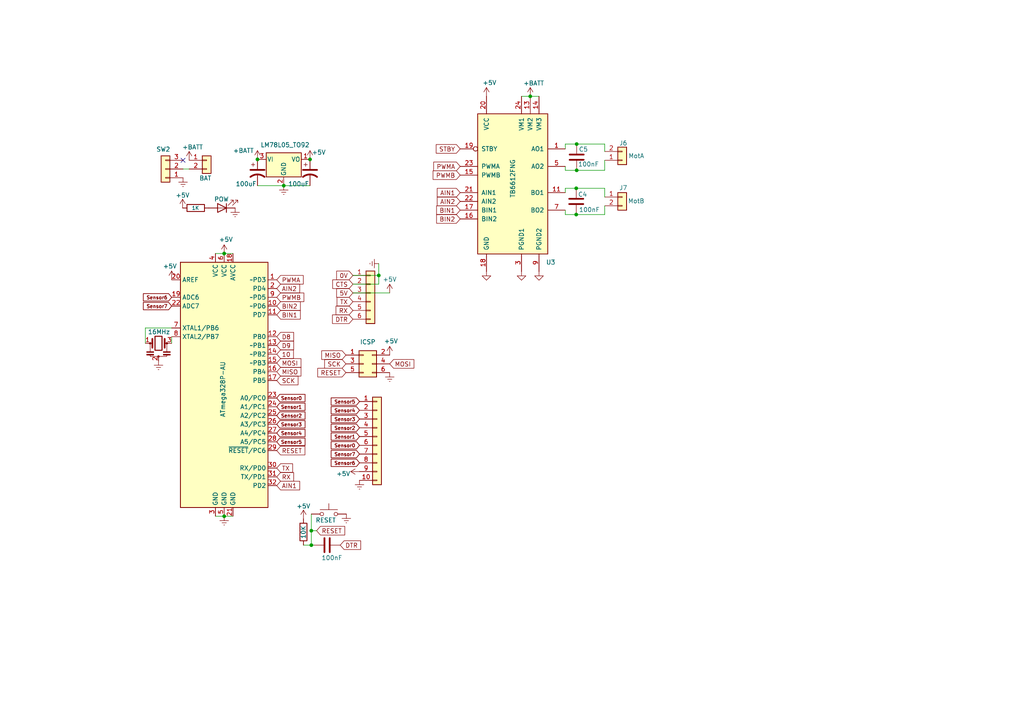
<source format=kicad_sch>
(kicad_sch (version 20211123) (generator eeschema)
  (paper "A4")
  (lib_symbols
    (symbol "ATmega328P-A_1"
      (property "Value" "ATmega328P-AU " (at -0.381 -9.398 90))
      (symbol "ATmega328P-A_1_0_1"
        (rectangle (start -12.7 -35.56) (end 12.7 35.56) (stroke (width 0.254)) (fill (type background)))
      )
      (symbol "ATmega328P-A_1_1_1"
        (pin bidirectional line (at 15.24 30.48 180) (length 2.54) (name "~PD3") (number "1"))
        (pin bidirectional line (at 15.24 22.86 180) (length 2.54) (name "~PD6") (number "10"))
        (pin bidirectional line (at 15.24 20.32 180) (length 2.54) (name "PD7") (number "11"))
        (pin bidirectional line (at 15.24 13.97 180) (length 2.54) (name "PB0") (number "12"))
        (pin bidirectional line (at 15.24 11.43 180) (length 2.54) (name "~PB1") (number "13"))
        (pin bidirectional line (at 15.24 8.89 180) (length 2.54) (name "~PB2") (number "14"))
        (pin bidirectional line (at 15.24 6.35 180) (length 2.54) (name "~PB3") (number "15"))
        (pin bidirectional line (at 15.24 3.81 180) (length 2.54) (name "PB4") (number "16"))
        (pin bidirectional line (at 15.24 1.27 180) (length 2.54) (name "PB5") (number "17"))
        (pin power_in line (at 2.54 38.1 270) (length 2.54) (name "AVCC") (number "18"))
        (pin input line (at -15.24 25.4 0) (length 2.54) (name "ADC6") (number "19"))
        (pin bidirectional line (at 15.24 27.94 180) (length 2.54) (name "PD4") (number "2"))
        (pin passive line (at -15.24 30.48 0) (length 2.54) (name "AREF") (number "20"))
        (pin passive line (at 2.54 -38.1 90) (length 2.54) (name "GND") (number "21"))
        (pin input line (at -15.24 22.86 0) (length 2.54) (name "ADC7") (number "22"))
        (pin bidirectional line (at 15.24 -3.81 180) (length 2.54) (name "A0/PC0") (number "23"))
        (pin bidirectional line (at 15.24 -6.35 180) (length 2.54) (name "A1/PC1") (number "24"))
        (pin bidirectional line (at 15.24 -8.89 180) (length 2.54) (name "A2/PC2") (number "25"))
        (pin bidirectional line (at 15.24 -11.43 180) (length 2.54) (name "A3/PC3") (number "26"))
        (pin bidirectional line (at 15.24 -13.97 180) (length 2.54) (name "A4/PC4") (number "27"))
        (pin bidirectional line (at 15.24 -16.51 180) (length 2.54) (name "A5/PC5") (number "28"))
        (pin bidirectional line (at 15.24 -19.05 180) (length 2.54) (name "~{RESET}/PC6") (number "29"))
        (pin power_in line (at -2.54 -38.1 90) (length 2.54) (name "GND") (number "3"))
        (pin bidirectional line (at 15.24 -24.13 180) (length 2.54) (name "RX/PD0") (number "30"))
        (pin bidirectional line (at 15.24 -26.67 180) (length 2.54) (name "TX/PD1") (number "31"))
        (pin bidirectional line (at 15.24 -29.21 180) (length 2.54) (name "PD2") (number "32"))
        (pin power_in line (at -2.54 38.1 270) (length 2.54) (name "VCC") (number "4"))
        (pin passive line (at 0 -38.1 90) (length 2.54) (name "GND") (number "5"))
        (pin passive line (at 0 38.1 270) (length 2.54) (name "VCC") (number "6"))
        (pin bidirectional line (at -15.24 16.51 0) (length 2.54) (name "XTAL1/PB6") (number "7"))
        (pin bidirectional line (at -15.24 13.97 0) (length 2.54) (name "XTAL2/PB7") (number "8"))
        (pin bidirectional line (at 15.24 25.4 180) (length 2.54) (name "~PD5") (number "9"))
      )
    )
    (symbol "Connector_Generic:Conn_01x02" (pin_names (offset 1.016) hide)
      (property "Reference" "J" (at 0 2.54 0))
      (property "Value" "Conn_01x02" (at 0 -5.08 0))
      (symbol "Conn_01x02_1_1"
        (rectangle (start -1.27 -2.413) (end 0 -2.667) (stroke (width 0.1524)))
        (rectangle (start -1.27 0.127) (end 0 -0.127) (stroke (width 0.1524)))
        (rectangle (start -1.27 1.27) (end 1.27 -3.81) (stroke (width 0.254)) (fill (type background)))
        (pin passive line (at -5.08 0 0) (length 3.81) (name "Pin_1") (number "1"))
        (pin passive line (at -5.08 -2.54 0) (length 3.81) (name "Pin_2") (number "2"))
      )
    )
    (symbol "Connector_Generic:Conn_01x03" (pin_names (offset 1.016) hide)
      (property "Reference" "J" (at 0 5.08 0))
      (property "Value" "Conn_01x03" (at 0 -5.08 0))
      (symbol "Conn_01x03_1_1"
        (rectangle (start -1.27 -2.413) (end 0 -2.667) (stroke (width 0.1524)))
        (rectangle (start -1.27 0.127) (end 0 -0.127) (stroke (width 0.1524)))
        (rectangle (start -1.27 2.667) (end 0 2.413) (stroke (width 0.1524)))
        (rectangle (start -1.27 3.81) (end 1.27 -3.81) (stroke (width 0.254)) (fill (type background)))
        (pin passive line (at -5.08 2.54 0) (length 3.81) (name "Pin_1") (number "1"))
        (pin passive line (at -5.08 0 0) (length 3.81) (name "Pin_2") (number "2"))
        (pin passive line (at -5.08 -2.54 0) (length 3.81) (name "Pin_3") (number "3"))
      )
    )
    (symbol "Connector_Generic:Conn_01x10" (pin_names (offset 1.016) hide)
      (property "Reference" "J" (at 0 12.7 0))
      (property "Value" "Conn_01x10" (at 0 -15.24 0))
      (symbol "Conn_01x10_1_1"
        (rectangle (start -1.27 -12.573) (end 0 -12.827) (stroke (width 0.1524)))
        (rectangle (start -1.27 -10.033) (end 0 -10.287) (stroke (width 0.1524)))
        (rectangle (start -1.27 -7.493) (end 0 -7.747) (stroke (width 0.1524)))
        (rectangle (start -1.27 -4.953) (end 0 -5.207) (stroke (width 0.1524)))
        (rectangle (start -1.27 -2.413) (end 0 -2.667) (stroke (width 0.1524)))
        (rectangle (start -1.27 0.127) (end 0 -0.127) (stroke (width 0.1524)))
        (rectangle (start -1.27 2.667) (end 0 2.413) (stroke (width 0.1524)))
        (rectangle (start -1.27 5.207) (end 0 4.953) (stroke (width 0.1524)))
        (rectangle (start -1.27 7.747) (end 0 7.493) (stroke (width 0.1524)))
        (rectangle (start -1.27 10.287) (end 0 10.033) (stroke (width 0.1524)))
        (rectangle (start -1.27 11.43) (end 1.27 -13.97) (stroke (width 0.254)) (fill (type background)))
        (pin passive line (at -5.08 10.16 0) (length 3.81) (name "Pin_1") (number "1"))
        (pin passive line (at -5.08 -12.7 0) (length 3.81) (name "Pin_10") (number "10"))
        (pin passive line (at -5.08 7.62 0) (length 3.81) (name "Pin_2") (number "2"))
        (pin passive line (at -5.08 5.08 0) (length 3.81) (name "Pin_3") (number "3"))
        (pin passive line (at -5.08 2.54 0) (length 3.81) (name "Pin_4") (number "4"))
        (pin passive line (at -5.08 0 0) (length 3.81) (name "Pin_5") (number "5"))
        (pin passive line (at -5.08 -2.54 0) (length 3.81) (name "Pin_6") (number "6"))
        (pin passive line (at -5.08 -5.08 0) (length 3.81) (name "Pin_7") (number "7"))
        (pin passive line (at -5.08 -7.62 0) (length 3.81) (name "Pin_8") (number "8"))
        (pin passive line (at -5.08 -10.16 0) (length 3.81) (name "Pin_9") (number "9"))
      )
    )
    (symbol "Connector_Generic:Conn_02x03_Odd_Even" (pin_names (offset 1.016) hide)
      (property "Reference" "J" (at 1.27 5.08 0))
      (property "Value" "Conn_02x03_Odd_Even" (at 1.27 -5.08 0))
      (symbol "Conn_02x03_Odd_Even_1_1"
        (rectangle (start -1.27 -2.413) (end 0 -2.667) (stroke (width 0.1524)))
        (rectangle (start -1.27 0.127) (end 0 -0.127) (stroke (width 0.1524)))
        (rectangle (start -1.27 2.667) (end 0 2.413) (stroke (width 0.1524)))
        (rectangle (start -1.27 3.81) (end 3.81 -3.81) (stroke (width 0.254)) (fill (type background)))
        (rectangle (start 3.81 -2.413) (end 2.54 -2.667) (stroke (width 0.1524)))
        (rectangle (start 3.81 0.127) (end 2.54 -0.127) (stroke (width 0.1524)))
        (rectangle (start 3.81 2.667) (end 2.54 2.413) (stroke (width 0.1524)))
        (pin passive line (at -5.08 2.54 0) (length 3.81) (name "Pin_1") (number "1"))
        (pin passive line (at 7.62 2.54 180) (length 3.81) (name "Pin_2") (number "2"))
        (pin passive line (at -5.08 0 0) (length 3.81) (name "Pin_3") (number "3"))
        (pin passive line (at 7.62 0 180) (length 3.81) (name "Pin_4") (number "4"))
        (pin passive line (at -5.08 -2.54 0) (length 3.81) (name "Pin_5") (number "5"))
        (pin passive line (at 7.62 -2.54 180) (length 3.81) (name "Pin_6") (number "6"))
      )
    )
    (symbol "Connector_Generic_MountingPin:Conn_01x06_MountingPin" (pin_names (offset 1.016) hide)
      (symbol "Conn_01x06_MountingPin_1_1"
        (rectangle (start -1.27 -7.493) (end 0 -7.747) (stroke (width 0.1524)))
        (rectangle (start -1.27 -4.953) (end 0 -5.207) (stroke (width 0.1524)))
        (rectangle (start -1.27 -2.413) (end 0 -2.667) (stroke (width 0.1524)))
        (rectangle (start -1.27 0.127) (end 0 -0.127) (stroke (width 0.1524)))
        (rectangle (start -1.27 2.667) (end 0 2.413) (stroke (width 0.1524)))
        (rectangle (start -1.27 5.207) (end 0 4.953) (stroke (width 0.1524)))
        (rectangle (start -1.27 6.35) (end 1.27 -8.89) (stroke (width 0.254)) (fill (type background)))
        (pin passive line (at -5.08 5.08 0) (length 3.81) (name "Pin_1") (number "1"))
        (pin passive line (at -5.08 2.54 0) (length 3.81) (name "Pin_2") (number "2"))
        (pin passive line (at -5.08 0 0) (length 3.81) (name "Pin_3") (number "3"))
        (pin passive line (at -5.08 -2.54 0) (length 3.81) (name "Pin_4") (number "4"))
        (pin passive line (at -5.08 -5.08 0) (length 3.81) (name "Pin_5") (number "5"))
        (pin passive line (at -5.08 -7.62 0) (length 3.81) (name "Pin_6") (number "6"))
      )
    )
    (symbol "Device:C" (pin_numbers hide) (pin_names (offset 0.254))
      (property "Reference" "C" (at 0.635 2.54 0))
      (property "Value" "C" (at 0.635 -2.54 0))
      (symbol "C_0_1"
        (polyline (pts (xy -2.032 -0.762) (xy 2.032 -0.762)) (stroke (width 0.508)))
        (polyline (pts (xy -2.032 0.762) (xy 2.032 0.762)) (stroke (width 0.508)))
      )
      (symbol "C_1_1"
        (pin passive line (at 0 3.81 270) (length 2.794) (name "~") (number "1"))
        (pin passive line (at 0 -3.81 90) (length 2.794) (name "~") (number "2"))
      )
    )
    (symbol "Device:C_Polarized_US" (pin_numbers hide) (pin_names (offset 0.254) hide)
      (property "Reference" "C" (at 0.635 2.54 0))
      (property "Value" "C_Polarized_US" (at 0.635 -2.54 0))
      (symbol "C_Polarized_US_0_1"
        (polyline (pts (xy -2.032 0.762) (xy 2.032 0.762)) (stroke (width 0.508)))
        (polyline (pts (xy -1.778 2.286) (xy -0.762 2.286)))
        (polyline (pts (xy -1.27 1.778) (xy -1.27 2.794)))
        (arc (start 2.032 -1.27) (mid 0 -0.5572) (end -2.032 -1.27) (stroke (width 0.508)))
      )
      (symbol "C_Polarized_US_1_1"
        (pin passive line (at 0 3.81 270) (length 2.794) (name "~") (number "1"))
        (pin passive line (at 0 -3.81 90) (length 3.302) (name "~") (number "2"))
      )
    )
    (symbol "Device:LED" (pin_numbers hide) (pin_names (offset 1.016) hide)
      (property "Reference" "D" (at 0 2.54 0))
      (property "Value" "LED" (at 0 -2.54 0))
      (symbol "LED_0_1"
        (polyline (pts (xy -1.27 -1.27) (xy -1.27 1.27)) (stroke (width 0.254)))
        (polyline (pts (xy -1.27 0) (xy 1.27 0)))
        (polyline (pts (xy 1.27 -1.27) (xy 1.27 1.27) (xy -1.27 0) (xy 1.27 -1.27)) (stroke (width 0.254)))
        (polyline (pts (xy -3.048 -0.762) (xy -4.572 -2.286) (xy -3.81 -2.286) (xy -4.572 -2.286) (xy -4.572 -1.524)))
        (polyline (pts (xy -1.778 -0.762) (xy -3.302 -2.286) (xy -2.54 -2.286) (xy -3.302 -2.286) (xy -3.302 -1.524)))
      )
      (symbol "LED_1_1"
        (pin passive line (at -3.81 0 0) (length 2.54) (name "K") (number "1"))
        (pin passive line (at 3.81 0 180) (length 2.54) (name "A") (number "2"))
      )
    )
    (symbol "Device:R" (pin_numbers hide) (pin_names (offset 0))
      (property "Reference" "R" (at 2.032 0 90))
      (property "Value" "R" (at 0 0 90))
      (symbol "R_0_1"
        (rectangle (start -1.016 -2.54) (end 1.016 2.54) (stroke (width 0.254)))
      )
      (symbol "R_1_1"
        (pin passive line (at 0 3.81 270) (length 1.27) (name "~") (number "1"))
        (pin passive line (at 0 -3.81 90) (length 1.27) (name "~") (number "2"))
      )
    )
    (symbol "Device:Resonator" (pin_names (offset 1.016) hide)
      (property "Reference" "Y" (at 0 5.715 0))
      (property "Value" "Resonator" (at 0 3.81 0))
      (symbol "Resonator_0_1"
        (rectangle (start -3.429 -3.175) (end -1.397 -3.429) (fill (type outline)))
        (rectangle (start -3.429 -2.413) (end -1.397 -2.667) (fill (type outline)))
        (circle (center -2.413 0) (radius 0.254) (fill (type outline)))
        (rectangle (start -1.016 2.032) (end 1.016 -2.032) (stroke (width 0.3048)))
        (circle (center 0 -3.81) (radius 0.254) (fill (type outline)))
        (polyline (pts (xy -2.413 -2.413) (xy -2.413 0)))
        (polyline (pts (xy -1.905 0) (xy -3.175 0)))
        (polyline (pts (xy -1.778 -1.27) (xy -1.778 1.27)) (stroke (width 0.508)))
        (polyline (pts (xy 1.778 -1.27) (xy 1.778 1.27)) (stroke (width 0.508)))
        (polyline (pts (xy 1.905 0) (xy 2.54 0)))
        (polyline (pts (xy 2.413 0) (xy 2.413 -2.54)))
        (polyline (pts (xy 2.413 -3.302) (xy 2.413 -3.81) (xy -2.413 -3.81) (xy -2.413 -3.302)))
        (rectangle (start 1.397 -3.175) (end 3.429 -3.429) (fill (type outline)))
        (rectangle (start 1.397 -2.413) (end 3.429 -2.667) (fill (type outline)))
        (circle (center 2.413 0) (radius 0.254) (fill (type outline)))
      )
      (symbol "Resonator_1_1"
        (pin passive line (at -3.81 0 0) (length 1.27) (name "1") (number "1"))
        (pin passive line (at 0 -5.08 90) (length 1.27) (name "2") (number "2"))
        (pin passive line (at 3.81 0 180) (length 1.27) (name "3") (number "3"))
      )
    )
    (symbol "Driver_Motor:TB6612FNG" (pin_names (offset 1.016))
      (property "Reference" "U" (at 11.43 17.78 0))
      (property "Value" "TB6612FNG" (at 11.43 15.24 0))
      (symbol "TB6612FNG_0_1"
        (rectangle (start -10.16 20.32) (end 10.16 -20.32) (stroke (width 0.254)) (fill (type background)))
      )
      (symbol "TB6612FNG_1_1"
        (pin output line (at 15.24 10.16 180) (length 5.08) (name "AO1") (number "1"))
        (pin passive line (at 7.62 -25.4 90) (length 5.08) hide (name "PGND2") (number "10"))
        (pin output line (at 15.24 -2.54 180) (length 5.08) (name "BO1") (number "11"))
        (pin passive line (at 15.24 -2.54 180) (length 5.08) hide (name "BO1") (number "12"))
        (pin power_in line (at 5.08 25.4 270) (length 5.08) (name "VM2") (number "13"))
        (pin power_in line (at 7.62 25.4 270) (length 5.08) (name "VM3") (number "14"))
        (pin input line (at -15.24 2.54 0) (length 5.08) (name "PWMB") (number "15"))
        (pin input line (at -15.24 -10.16 0) (length 5.08) (name "BIN2") (number "16"))
        (pin input line (at -15.24 -7.62 0) (length 5.08) (name "BIN1") (number "17"))
        (pin power_in line (at -7.62 -25.4 90) (length 5.08) (name "GND") (number "18"))
        (pin input inverted (at -15.24 10.16 0) (length 5.08) (name "STBY") (number "19"))
        (pin passive line (at 15.24 10.16 180) (length 5.08) hide (name "AO1") (number "2"))
        (pin power_in line (at -7.62 25.4 270) (length 5.08) (name "VCC") (number "20"))
        (pin input line (at -15.24 -2.54 0) (length 5.08) (name "AIN1") (number "21"))
        (pin input line (at -15.24 -5.08 0) (length 5.08) (name "AIN2") (number "22"))
        (pin input line (at -15.24 5.08 0) (length 5.08) (name "PWMA") (number "23"))
        (pin power_in line (at 2.54 25.4 270) (length 5.08) (name "VM1") (number "24"))
        (pin power_in line (at 2.54 -25.4 90) (length 5.08) (name "PGND1") (number "3"))
        (pin passive line (at 2.54 -25.4 90) (length 5.08) hide (name "PGND1") (number "4"))
        (pin output line (at 15.24 5.08 180) (length 5.08) (name "AO2") (number "5"))
        (pin passive line (at 15.24 5.08 180) (length 5.08) hide (name "AO2") (number "6"))
        (pin output line (at 15.24 -7.62 180) (length 5.08) (name "BO2") (number "7"))
        (pin passive line (at 15.24 -7.62 180) (length 5.08) hide (name "BO2") (number "8"))
        (pin power_in line (at 7.62 -25.4 90) (length 5.08) (name "PGND2") (number "9"))
      )
    )
    (symbol "Regulator_Linear:LM78L05_TO92" (pin_names (offset 0.254))
      (property "Reference" "U" (at -3.81 3.175 0))
      (property "Value" "LM78L05_TO92" (at 0 3.175 0))
      (symbol "LM78L05_TO92_0_1"
        (rectangle (start -5.08 -5.08) (end 5.08 1.905) (stroke (width 0.254)) (fill (type background)))
      )
      (symbol "LM78L05_TO92_1_1"
        (pin power_out line (at 7.62 0 180) (length 2.54) (name "VO") (number "1"))
        (pin power_in line (at 0 -7.62 90) (length 2.54) (name "GND") (number "2"))
        (pin power_in line (at -7.62 0 0) (length 2.54) (name "VI") (number "3"))
      )
    )
    (symbol "Switch:SW_Push" (pin_numbers hide) (pin_names (offset 1.016) hide)
      (property "Reference" "SW" (at 1.27 2.54 0))
      (property "Value" "SW_Push" (at 0 -1.524 0))
      (symbol "SW_Push_0_1"
        (circle (center -2.032 0) (radius 0.508))
        (polyline (pts (xy 0 1.27) (xy 0 3.048)))
        (polyline (pts (xy 2.54 1.27) (xy -2.54 1.27)))
        (circle (center 2.032 0) (radius 0.508))
        (pin passive line (at -5.08 0 0) (length 2.54) (name "1") (number "1"))
        (pin passive line (at 5.08 0 180) (length 2.54) (name "2") (number "2"))
      )
    )
    (symbol "power:+5V" (power) (pin_names (offset 0))
      (property "Value" "+5V" (at 0 3.556 0))
      (symbol "+5V_0_1"
        (polyline (pts (xy -0.762 1.27) (xy 0 2.54)))
        (polyline (pts (xy 0 0) (xy 0 2.54)))
        (polyline (pts (xy 0 2.54) (xy 0.762 1.27)))
      )
      (symbol "+5V_1_1"
        (pin power_in line (at 0 0 90) (length 0) hide (name "+5V") (number "1"))
      )
    )
    (symbol "power:+BATT" (power) (pin_names (offset 0))
      (property "Value" "+BATT" (at 0 3.556 0))
      (symbol "+BATT_0_1"
        (polyline (pts (xy -0.762 1.27) (xy 0 2.54)))
        (polyline (pts (xy 0 0) (xy 0 2.54)))
        (polyline (pts (xy 0 2.54) (xy 0.762 1.27)))
      )
      (symbol "+BATT_1_1"
        (pin power_in line (at 0 0 90) (length 0) hide (name "+BATT") (number "1"))
      )
    )
    (symbol "power:Earth" (power) (pin_names (offset 0))
      (symbol "Earth_0_1"
        (polyline (pts (xy -0.635 -1.905) (xy 0.635 -1.905)))
        (polyline (pts (xy -0.127 -2.54) (xy 0.127 -2.54)))
        (polyline (pts (xy 0 -1.27) (xy 0 0)))
        (polyline (pts (xy 1.27 -1.27) (xy -1.27 -1.27)))
      )
      (symbol "Earth_1_1"
        (pin power_in line (at 0 0 270) (length 0) hide (name "Earth") (number "1"))
      )
    )
    (symbol "power:GND" (power) (pin_names (offset 0))
      (property "Value" "GND" (at 0 -3.81 0))
      (symbol "GND_0_1"
        (polyline (pts (xy 0 0) (xy 0 -1.27) (xy 1.27 -1.27) (xy 0 -2.54) (xy -1.27 -1.27) (xy 0 -1.27)))
      )
      (symbol "GND_1_1"
        (pin power_in line (at 0 0 270) (length 0) hide (name "GND") (number "1"))
      )
    )
  )
  (junction (at 74.676 46.228))
  (junction (at 167.132 54.61))
  (junction (at 65.024 149.733))
  (junction (at 90.297 158.115))
  (junction (at 153.797 27.94))
  (junction (at 89.916 46.228))
  (junction (at 167.132 62.23))
  (junction (at 90.297 153.924))
  (junction (at 82.296 53.848))
  (junction (at 167.259 41.783))
  (junction (at 109.855 79.883))
  (junction (at 167.259 49.403))
  (junction (at 65.024 73.533))
  (no_connect (at 53.086 46.482))
  (wire (pts (xy 163.957 41.783) (xy 167.259 41.783)))
  (wire (pts (xy 163.957 43.18) (xy 163.957 41.783)))
  (wire (pts (xy 163.957 49.403) (xy 167.259 49.403)))
  (wire (pts (xy 42.164 99.568) (xy 42.164 95.123)))
  (wire (pts (xy 82.296 53.848) (xy 89.916 53.848)))
  (wire (pts (xy 153.797 27.94) (xy 156.337 27.94)))
  (wire (pts (xy 74.676 53.848) (xy 82.296 53.848)))
  (wire (pts (xy 163.957 54.61) (xy 167.132 54.61)))
  (wire (pts (xy 91.059 158.115) (xy 90.297 158.115)))
  (wire (pts (xy 175.387 59.69) (xy 175.387 62.23)))
  (wire (pts (xy 90.297 153.924) (xy 90.297 158.115)))
  (wire (pts (xy 90.297 149.098) (xy 90.297 153.924)))
  (wire (pts (xy 109.855 76.454) (xy 109.855 79.883)))
  (wire (pts (xy 163.957 55.88) (xy 163.957 54.61)))
  (wire (pts (xy 163.957 62.23) (xy 167.132 62.23)))
  (wire (pts (xy 109.855 82.423) (xy 102.362 82.423)))
  (wire (pts (xy 109.855 79.883) (xy 102.362 79.883)))
  (wire (pts (xy 88.011 158.115) (xy 90.297 158.115)))
  (wire (pts (xy 53.086 49.022) (xy 54.864 49.022)))
  (wire (pts (xy 163.957 60.96) (xy 163.957 62.23)))
  (wire (pts (xy 175.387 54.61) (xy 167.132 54.61)))
  (wire (pts (xy 113.03 84.963) (xy 102.362 84.963)))
  (wire (pts (xy 175.387 46.482) (xy 175.387 49.403)))
  (wire (pts (xy 62.484 73.533) (xy 65.024 73.533)))
  (wire (pts (xy 175.387 57.15) (xy 175.387 54.61)))
  (wire (pts (xy 175.387 62.23) (xy 167.132 62.23)))
  (wire (pts (xy 167.259 41.783) (xy 175.387 41.783)))
  (wire (pts (xy 65.024 149.733) (xy 67.564 149.733)))
  (wire (pts (xy 65.024 73.533) (xy 67.564 73.533)))
  (wire (pts (xy 62.484 149.733) (xy 65.024 149.733)))
  (wire (pts (xy 109.855 79.883) (xy 109.855 82.423)))
  (wire (pts (xy 167.259 49.403) (xy 175.387 49.403)))
  (wire (pts (xy 175.387 43.942) (xy 175.387 41.783)))
  (wire (pts (xy 49.784 99.568) (xy 49.784 97.663)))
  (wire (pts (xy 151.257 27.94) (xy 153.797 27.94)))
  (wire (pts (xy 91.821 153.924) (xy 90.297 153.924)))
  (wire (pts (xy 163.957 48.26) (xy 163.957 49.403)))
  (wire (pts (xy 42.164 95.123) (xy 49.784 95.123)))
  (global_label "DTR" (shape input) (at 98.679 158.115 0) (property "Intersheet References" "${INTERSHEET_REFS}" (effects hide)))
  (global_label "BIN1" (shape input) (at 80.264 91.313 0) (property "Intersheet References" "${INTERSHEET_REFS}" (effects hide)))
  (global_label "PWMA" (shape input) (at 80.264 81.153 0) (property "Intersheet References" "${INTERSHEET_REFS}" (effects hide)))
  (global_label "SCK" (shape input) (at 100.33 105.537 180) (property "Intersheet References" "${INTERSHEET_REFS}" (effects hide)))
  (global_label "AIN2" (shape input) (at 80.264 83.693 0) (property "Intersheet References" "${INTERSHEET_REFS}" (effects hide)))
  (global_label "RX" (shape input) (at 102.362 90.043 180) (property "Intersheet References" "${INTERSHEET_REFS}" (effects hide)))
  (global_label "BIN2" (shape input) (at 133.477 63.5 180) (property "Intersheet References" "${INTERSHEET_REFS}" (effects hide)))
  (global_label "Sensor6" (shape input) (at 49.784 86.233 180) (effects (font (size 1 1) (thickness 0.2) bold)) (property "Intersheet References" "${INTERSHEET_REFS}" (effects hide)))
  (global_label "10" (shape input) (at 80.264 102.743 0) (property "Intersheet References" "${INTERSHEET_REFS}" (effects hide)))
  (global_label "RESET" (shape input) (at 100.33 108.077 180) (property "Intersheet References" "${INTERSHEET_REFS}" (effects hide)))
  (global_label "Sensor1" (shape input) (at 104.267 126.619 180) (effects (font (size 1 1) (thickness 0.2) bold)) (property "Intersheet References" "${INTERSHEET_REFS}" (effects hide)))
  (global_label "PWMB" (shape input) (at 133.477 50.8 180) (property "Intersheet References" "${INTERSHEET_REFS}" (effects hide)))
  (global_label "Sensor4" (shape input) (at 80.264 125.603 0) (effects (font (size 1 1) (thickness 0.2) bold)) (property "Intersheet References" "${INTERSHEET_REFS}" (effects hide)))
  (global_label "RESET" (shape input) (at 91.821 153.924 0) (property "Intersheet References" "${INTERSHEET_REFS}" (effects hide)))
  (global_label "5V" (shape input) (at 102.362 84.963 180) (property "Intersheet References" "${INTERSHEET_REFS}" (effects hide)))
  (global_label "Sensor1" (shape input) (at 80.264 117.983 0) (effects (font (size 1 1) (thickness 0.2) bold)) (property "Intersheet References" "${INTERSHEET_REFS}" (effects hide)))
  (global_label "TX" (shape input) (at 80.264 135.763 0) (property "Intersheet References" "${INTERSHEET_REFS}" (effects hide)))
  (global_label "MISO" (shape input) (at 80.264 107.823 0) (property "Intersheet References" "${INTERSHEET_REFS}" (effects hide)))
  (global_label "BIN2" (shape input) (at 80.264 88.773 0) (property "Intersheet References" "${INTERSHEET_REFS}" (effects hide)))
  (global_label "PWMB" (shape input) (at 80.264 86.233 0) (property "Intersheet References" "${INTERSHEET_REFS}" (effects hide)))
  (global_label "MOSI" (shape input) (at 113.03 105.537 0) (property "Intersheet References" "${INTERSHEET_REFS}" (effects hide)))
  (global_label "Sensor7" (shape input) (at 104.267 131.699 180) (effects (font (size 1 1) (thickness 0.2) bold)) (property "Intersheet References" "${INTERSHEET_REFS}" (effects hide)))
  (global_label "RX" (shape input) (at 80.264 138.303 0) (property "Intersheet References" "${INTERSHEET_REFS}" (effects hide)))
  (global_label "AIN2" (shape input) (at 133.477 58.42 180) (property "Intersheet References" "${INTERSHEET_REFS}" (effects hide)))
  (global_label "0V" (shape input) (at 102.362 79.883 180) (property "Intersheet References" "${INTERSHEET_REFS}" (effects hide)))
  (global_label "RESET" (shape input) (at 80.264 130.683 0) (property "Intersheet References" "${INTERSHEET_REFS}" (effects hide)))
  (global_label "Sensor3" (shape input) (at 104.267 121.539 180) (effects (font (size 1 1) (thickness 0.2) bold)) (property "Intersheet References" "${INTERSHEET_REFS}" (effects hide)))
  (global_label "PWMA" (shape input) (at 133.477 48.26 180) (property "Intersheet References" "${INTERSHEET_REFS}" (effects hide)))
  (global_label "Sensor6" (shape input) (at 104.267 134.239 180) (effects (font (size 1 1) (thickness 0.2) bold)) (property "Intersheet References" "${INTERSHEET_REFS}" (effects hide)))
  (global_label "Sensor0" (shape input) (at 104.267 129.159 180) (effects (font (size 1 1) (thickness 0.2) bold)) (property "Intersheet References" "${INTERSHEET_REFS}" (effects hide)))
  (global_label "MOSI" (shape input) (at 80.264 105.283 0) (property "Intersheet References" "${INTERSHEET_REFS}" (effects hide)))
  (global_label "DTR" (shape input) (at 102.362 92.583 180) (property "Intersheet References" "${INTERSHEET_REFS}" (effects hide)))
  (global_label "D8" (shape input) (at 80.264 97.663 0) (property "Intersheet References" "${INTERSHEET_REFS}" (effects hide)))
  (global_label "Sensor3" (shape input) (at 80.264 123.063 0) (effects (font (size 1 1) (thickness 0.2) bold)) (property "Intersheet References" "${INTERSHEET_REFS}" (effects hide)))
  (global_label "D9" (shape input) (at 80.264 100.203 0) (property "Intersheet References" "${INTERSHEET_REFS}" (effects hide)))
  (global_label "Sensor4" (shape input) (at 104.267 118.999 180) (effects (font (size 1 1) (thickness 0.2) bold)) (property "Intersheet References" "${INTERSHEET_REFS}" (effects hide)))
  (global_label "Sensor5" (shape input) (at 104.267 116.459 180) (effects (font (size 1 1) (thickness 0.2) bold)) (property "Intersheet References" "${INTERSHEET_REFS}" (effects hide)))
  (global_label "Sensor2" (shape input) (at 80.264 120.523 0) (effects (font (size 1 1) (thickness 0.2) bold)) (property "Intersheet References" "${INTERSHEET_REFS}" (effects hide)))
  (global_label "STBY" (shape input) (at 133.477 43.18 180) (property "Intersheet References" "${INTERSHEET_REFS}" (effects hide)))
  (global_label "Sensor5" (shape input) (at 80.264 128.143 0) (effects (font (size 1 1) (thickness 0.2) bold)) (property "Intersheet References" "${INTERSHEET_REFS}" (effects hide)))
  (global_label "SCK" (shape input) (at 80.264 110.363 0) (property "Intersheet References" "${INTERSHEET_REFS}" (effects hide)))
  (global_label "BIN1" (shape input) (at 133.477 60.96 180) (property "Intersheet References" "${INTERSHEET_REFS}" (effects hide)))
  (global_label "AIN1" (shape input) (at 133.477 55.88 180) (property "Intersheet References" "${INTERSHEET_REFS}" (effects hide)))
  (global_label "AIN1" (shape input) (at 80.264 140.843 0) (property "Intersheet References" "${INTERSHEET_REFS}" (effects hide)))
  (global_label "Sensor7" (shape input) (at 49.784 88.773 180) (effects (font (size 1 1) (thickness 0.2) bold)) (property "Intersheet References" "${INTERSHEET_REFS}" (effects hide)))
  (global_label "CTS" (shape input) (at 102.362 82.423 180) (property "Intersheet References" "${INTERSHEET_REFS}" (effects hide)))
  (global_label "Sensor0" (shape input) (at 80.264 115.443 0) (effects (font (size 1 1) (thickness 0.2) bold)) (property "Intersheet References" "${INTERSHEET_REFS}" (effects hide)))
  (global_label "MISO" (shape input) (at 100.33 102.997 180) (property "Intersheet References" "${INTERSHEET_REFS}" (effects hide)))
  (global_label "TX" (shape input) (at 102.362 87.503 180) (property "Intersheet References" "${INTERSHEET_REFS}" (effects hide)))
  (global_label "Sensor2" (shape input) (at 104.267 124.079 180) (effects (font (size 1 1) (thickness 0.2) bold)) (property "Intersheet References" "${INTERSHEET_REFS}" (effects hide)))
  (symbol (lib_id "power:+BATT") (at 54.864 46.482 0) (unit 1)
    (property "Reference" "#PWR09" (effects hide))
    (property "Value" "+BATT" (at 55.88 42.672 0))
  )
  (symbol (lib_id "power:Earth") (at 113.03 108.077 0) (unit 1)
    (property "Reference" "#PWR023" (effects hide))
    (property "Value" "Earth" (effects hide))
  )
  (symbol (lib_id "Device:R") (at 56.769 60.325 270) (unit 1)
    (property "Reference" "R2" (effects hide))
    (property "Value" "1K" (at 55.626 60.325 90) (effects (font (size 1 1)) (justify left)))
  )
  (symbol (lib_id "Switch:SW_Push") (at 95.377 149.098 0) (mirror y) (unit 1)
    (property "Reference" "SW1" (effects hide))
    (property "Value" "RESET" (at 94.488 150.876 0))
  )
  (symbol (lib_id "power:+5V") (at 113.03 102.997 0) (mirror y) (unit 1)
    (property "Reference" "#PWR022" (effects hide))
    (property "Value" "+5V" (at 113.411 98.933 0))
  )
  (symbol (lib_id "Connector_Generic_MountingPin:Conn_01x06_MountingPin") (at 107.442 84.963 0) (unit 1)
    (property "Reference" "J4" (effects hide))
    (property "Value" "Conn_01x06_MountingPin" (effects hide))
  )
  (symbol (lib_id "power:Earth") (at 53.086 51.562 0) (unit 1)
    (property "Reference" "#PWR08" (effects hide))
    (property "Value" "Earth" (effects hide))
  )
  (symbol (lib_id "Device:Resonator") (at 45.974 99.568 0) (unit 1)
    (property "Reference" "Y1" (effects hide))
    (property "Value" "16MHz" (at 46.101 96.266 0))
    (property "Footprint" "Crystal:Resonator_SMD_Murata_CSTxExxV-3Pin_3.0x1.1mm" (effects hide))
  )
  (symbol (lib_id "power:+BATT") (at 74.676 46.228 0) (unit 1)
    (property "Reference" "#PWR0101" (effects hide))
    (property "Value" "+BATT" (at 70.612 43.688 0))
  )
  (symbol (lib_id "power:+5V") (at 113.03 84.963 0) (unit 1)
    (property "Reference" "#PWR024" (effects hide))
    (property "Value" "+5V" (at 113.03 81.026 0))
  )
  (symbol (lib_id "power:+5V") (at 88.011 150.495 0) (mirror y) (unit 1)
    (property "Reference" "#PWR0102" (effects hide))
    (property "Value" "+5V" (at 88.011 146.812 0))
  )
  (symbol (lib_id "power:+5V") (at 104.267 136.779 90) (mirror x) (unit 1)
    (property "Reference" "#PWR016" (effects hide))
    (property "Value" "+5V" (at 99.568 137.414 90))
  )
  (symbol (lib_name "ATmega328P-A_1") (lib_id "MCU_Microchip_ATmega:ATmega328P-A") (at 65.024 111.633 0) (unit 1)
    (property "Reference" "U1" (effects hide))
    (property "Value" "ATmega328P-AU " (at 64.643 121.031 90) (effects (justify left)))
    (property "Footprint" "Package_QFP:TQFP-32_7x7mm_P0.8mm" (effects hide))
    (property "Datasheet" "http://ww1.microchip.com/downloads/en/DeviceDoc/ATmega328_P%20AVR%20MCU%20with%20picoPower%20Technology%20Data%20Sheet%2040001984A.pdf" (effects hide))
  )
  (symbol (lib_id "power:Earth") (at 45.974 104.648 0) (unit 1)
    (property "Reference" "#PWR01" (effects hide))
    (property "Value" "Earth" (effects hide))
  )
  (symbol (lib_id "Connector_Generic:Conn_01x02") (at 59.944 46.482 0) (unit 1)
    (property "Reference" "J1" (effects hide))
    (property "Value" "BAT" (at 57.785 51.689 0) (effects (justify left)))
    (property "Footprint" "Connector_PinHeader_2.54mm:PinHeader_1x02_P2.54mm_Vertical" (effects hide))
  )
  (symbol (lib_id "Device:C_Polarized_US") (at 74.676 50.038 0) (unit 1)
    (property "Reference" "C2" (effects hide))
    (property "Value" "100uF" (at 71.374 53.34 0))
    (property "Footprint" "Capacitor_SMD:C_1210_3225Metric_Pad1.33x2.70mm_HandSolder" (effects hide))
  )
  (symbol (lib_id "power:Earth") (at 68.199 60.325 0) (unit 1)
    (property "Reference" "#PWR013" (effects hide))
    (property "Value" "Earth" (effects hide))
  )
  (symbol (lib_id "power:GND") (at 156.337 78.74 0) (unit 1)
    (property "Reference" "#PWR021" (effects hide))
    (property "Value" "GND" (effects hide))
  )
  (symbol (lib_id "power:Earth") (at 100.457 149.098 0) (mirror y) (unit 1)
    (property "Reference" "#PWR06" (effects hide))
    (property "Value" "Earth" (effects hide))
  )
  (symbol (lib_id "Regulator_Linear:LM78L05_TO92") (at 82.296 46.228 0) (unit 1)
    (property "Reference" "U2" (effects hide))
    (property "Value" "LM78L05_TO92" (at 82.677 42.037 0))
    (property "Footprint" "Package_TO_SOT_THT:TO-92_Inline" (effects hide))
    (property "Datasheet" "https://www.onsemi.com/pub/Collateral/MC78L06A-D.pdf" (effects hide))
  )
  (symbol (lib_id "power:Earth") (at 109.855 76.454 270) (unit 1)
    (property "Reference" "#PWR020" (effects hide))
    (property "Value" "Earth" (effects hide))
  )
  (symbol (lib_id "power:Earth") (at 82.296 53.848 0) (unit 1)
    (property "Reference" "#PWR010" (effects hide))
    (property "Value" "Earth" (effects hide))
  )
  (symbol (lib_id "power:GND") (at 151.257 78.74 0) (unit 1)
    (property "Reference" "#PWR018" (effects hide))
    (property "Value" "GND" (effects hide))
  )
  (symbol (lib_id "Connector_Generic:Conn_02x03_Odd_Even") (at 105.41 105.537 0) (unit 1)
    (property "Reference" "J3" (effects hide))
    (property "Value" "ICSP" (at 106.68 99.187 0))
  )
  (symbol (lib_id "power:+5V") (at 141.097 27.94 0) (unit 1)
    (property "Reference" "#PWR014" (effects hide))
    (property "Value" "+5V" (at 141.986 24.003 0))
  )
  (symbol (lib_id "Device:C_Polarized_US") (at 89.916 50.038 0) (unit 1)
    (property "Reference" "C3" (effects hide))
    (property "Value" "100uF" (at 86.614 53.34 0))
    (property "Footprint" "Capacitor_SMD:C_1210_3225Metric_Pad1.33x2.70mm_HandSolder" (effects hide))
  )
  (symbol (lib_id "power:+5V") (at 65.024 73.533 0) (unit 1)
    (property "Reference" "#PWR03" (effects hide))
    (property "Value" "+5V" (at 65.532 69.469 0))
  )
  (symbol (lib_id "power:+BATT") (at 153.797 27.94 0) (unit 1)
    (property "Reference" "#PWR019" (effects hide))
    (property "Value" "+BATT" (at 154.813 24.13 0))
  )
  (symbol (lib_id "Device:R") (at 88.011 154.305 180) (unit 1)
    (property "Reference" "R1" (effects hide))
    (property "Value" "10K" (at 88.011 152.4 90) (effects (justify left)))
  )
  (symbol (lib_id "Connector_Generic:Conn_01x10") (at 109.347 126.619 0) (unit 1)
    (property "Reference" "J5" (effects hide))
    (property "Value" "Conn_01x10" (effects hide))
  )
  (symbol (lib_id "power:+5V") (at 52.959 60.325 0) (mirror y) (unit 1)
    (property "Reference" "#PWR012" (effects hide))
    (property "Value" "+5V" (at 52.959 56.642 0))
  )
  (symbol (lib_id "power:GND") (at 141.097 78.74 0) (unit 1)
    (property "Reference" "#PWR015" (effects hide))
    (property "Value" "GND" (effects hide))
  )
  (symbol (lib_id "Driver_Motor:TB6612FNG") (at 148.717 53.34 0) (unit 1)
    (property "Reference" "U3" (at 158.3564 76.073 0) (effects (justify left)))
    (property "Value" "TB6612FNG" (at 148.717 57.404 90) (effects (font (size 1.3 1.3)) (justify left)))
    (property "Footprint" "Package_SO:SSOP-24_5.3x8.2mm_P0.65mm" (effects hide))
    (property "Datasheet" "https://toshiba.semicon-storage.com/us/product/linear/motordriver/detail.TB6612FNG.html" (effects hide))
  )
  (symbol (lib_id "Connector_Generic:Conn_01x02") (at 180.467 57.15 0) (unit 1)
    (property "Reference" "J7" (at 179.578 54.483 0) (effects (justify left)))
    (property "Value" "MotB" (at 182.118 58.293 0) (effects (justify left)))
    (property "Footprint" "Connector_PinHeader_2.54mm:PinHeader_1x02_P2.54mm_Horizontal" (effects hide))
  )
  (symbol (lib_id "power:Earth") (at 65.024 149.733 0) (unit 1)
    (property "Reference" "#PWR04" (effects hide))
    (property "Value" "Earth" (effects hide))
  )
  (symbol (lib_id "power:+5V") (at 89.916 46.228 0) (mirror y) (unit 1)
    (property "Reference" "#PWR011" (effects hide))
    (property "Value" "+5V" (at 92.456 44.196 0))
  )
  (symbol (lib_id "Connector_Generic:Conn_01x02") (at 180.467 46.482 0) (mirror x) (unit 1)
    (property "Reference" "J6" (at 179.578 41.529 0) (effects (justify left)))
    (property "Value" "MotA" (at 182.245 45.212 0) (effects (justify left)))
    (property "Footprint" "Connector_PinHeader_2.54mm:PinHeader_1x02_P2.54mm_Horizontal" (effects hide))
  )
  (symbol (lib_id "Device:LED") (at 64.389 60.325 180) (unit 1)
    (property "Reference" "D1" (effects hide))
    (property "Value" "POW" (at 62.103 57.785 0) (effects (justify right)))
  )
  (symbol (lib_id "power:+5V") (at 49.784 81.153 0) (unit 1)
    (property "Reference" "#PWR02" (effects hide))
    (property "Value" "+5V" (at 49.276 77.216 0))
  )
  (symbol (lib_id "Device:C") (at 167.132 58.42 0) (unit 1)
    (property "Reference" "C4" (at 167.64 56.388 0) (effects (justify left)))
    (property "Value" "100nF" (at 167.894 60.833 0) (effects (justify left)))
    (property "Footprint" "Capacitor_SMD:C_1206_3216Metric_Pad1.33x1.80mm_HandSolder" (effects hide))
  )
  (symbol (lib_id "power:Earth") (at 104.267 139.319 0) (unit 1)
    (property "Reference" "#PWR017" (effects hide))
    (property "Value" "Earth" (effects hide))
  )
  (symbol (lib_id "Device:C") (at 167.259 45.593 180) (unit 1)
    (property "Reference" "C5" (at 170.561 43.307 0) (effects (justify left)))
    (property "Value" "100nF" (at 173.736 47.625 0) (effects (justify left)))
    (property "Footprint" "Capacitor_SMD:C_1206_3216Metric_Pad1.33x1.80mm_HandSolder" (effects hide))
  )
  (symbol (lib_id "Device:C") (at 94.869 158.115 270) (mirror x) (unit 1)
    (property "Reference" "C6" (effects hide))
    (property "Value" "100nF" (at 93.218 161.798 90) (effects (justify left)))
  )
  (symbol (lib_id "Connector_Generic:Conn_01x03") (at 48.006 49.022 180) (unit 1)
    (property "Reference" "SW2" (at 49.403 43.307 0) (effects (justify left)))
    (property "Value" "POW" (effects hide))
  )
)
</source>
